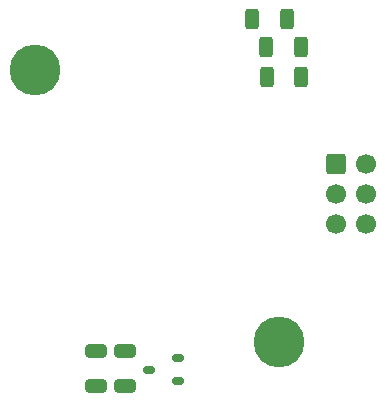
<source format=gbr>
%TF.GenerationSoftware,KiCad,Pcbnew,8.0.6*%
%TF.CreationDate,2025-02-12T14:20:06-05:00*%
%TF.ProjectId,module led hall,6d6f6475-6c65-4206-9c65-642068616c6c,rev?*%
%TF.SameCoordinates,Original*%
%TF.FileFunction,Soldermask,Bot*%
%TF.FilePolarity,Negative*%
%FSLAX46Y46*%
G04 Gerber Fmt 4.6, Leading zero omitted, Abs format (unit mm)*
G04 Created by KiCad (PCBNEW 8.0.6) date 2025-02-12 14:20:06*
%MOMM*%
%LPD*%
G01*
G04 APERTURE LIST*
G04 Aperture macros list*
%AMRoundRect*
0 Rectangle with rounded corners*
0 $1 Rounding radius*
0 $2 $3 $4 $5 $6 $7 $8 $9 X,Y pos of 4 corners*
0 Add a 4 corners polygon primitive as box body*
4,1,4,$2,$3,$4,$5,$6,$7,$8,$9,$2,$3,0*
0 Add four circle primitives for the rounded corners*
1,1,$1+$1,$2,$3*
1,1,$1+$1,$4,$5*
1,1,$1+$1,$6,$7*
1,1,$1+$1,$8,$9*
0 Add four rect primitives between the rounded corners*
20,1,$1+$1,$2,$3,$4,$5,0*
20,1,$1+$1,$4,$5,$6,$7,0*
20,1,$1+$1,$6,$7,$8,$9,0*
20,1,$1+$1,$8,$9,$2,$3,0*%
G04 Aperture macros list end*
%ADD10RoundRect,0.250000X-0.600000X-0.600000X0.600000X-0.600000X0.600000X0.600000X-0.600000X0.600000X0*%
%ADD11C,1.700000*%
%ADD12C,4.300000*%
%ADD13RoundRect,0.250000X0.312500X0.625000X-0.312500X0.625000X-0.312500X-0.625000X0.312500X-0.625000X0*%
%ADD14RoundRect,0.250000X-0.650000X0.325000X-0.650000X-0.325000X0.650000X-0.325000X0.650000X0.325000X0*%
%ADD15RoundRect,0.175000X0.325000X0.175000X-0.325000X0.175000X-0.325000X-0.175000X0.325000X-0.175000X0*%
G04 APERTURE END LIST*
D10*
%TO.C,J1*%
X114500000Y-97000000D03*
D11*
X117040000Y-97000000D03*
X114500000Y-99540000D03*
X117040000Y-99540000D03*
X114500000Y-102080000D03*
X117040000Y-102080000D03*
%TD*%
D12*
%TO.C,H1*%
X88980000Y-89090000D03*
%TD*%
%TO.C,H3*%
X109700000Y-112110000D03*
%TD*%
D13*
%TO.C,R3*%
X111532500Y-87110000D03*
X108607500Y-87110000D03*
%TD*%
D14*
%TO.C,C1*%
X96660000Y-112850000D03*
X96660000Y-115800000D03*
%TD*%
D13*
%TO.C,R2*%
X111572500Y-89630000D03*
X108647500Y-89630000D03*
%TD*%
%TO.C,R4*%
X110342500Y-84790000D03*
X107417500Y-84790000D03*
%TD*%
D15*
%TO.C,U2*%
X101090000Y-113502500D03*
X101090000Y-115402500D03*
X98690000Y-114452500D03*
%TD*%
D14*
%TO.C,C2*%
X94200000Y-112850000D03*
X94200000Y-115800000D03*
%TD*%
M02*

</source>
